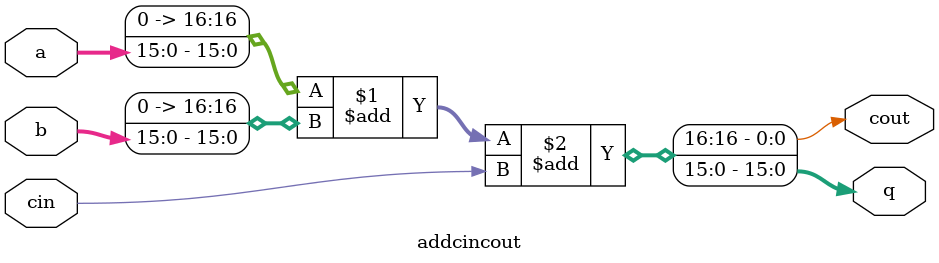
<source format=v>
module addcincout(
	input [15:0] a,
	input [15:0] b,
	input cin,
	output [15:0] q,
	output cout
);

assign {cout,q} = {a}+{b}+cin;

endmodule
</source>
